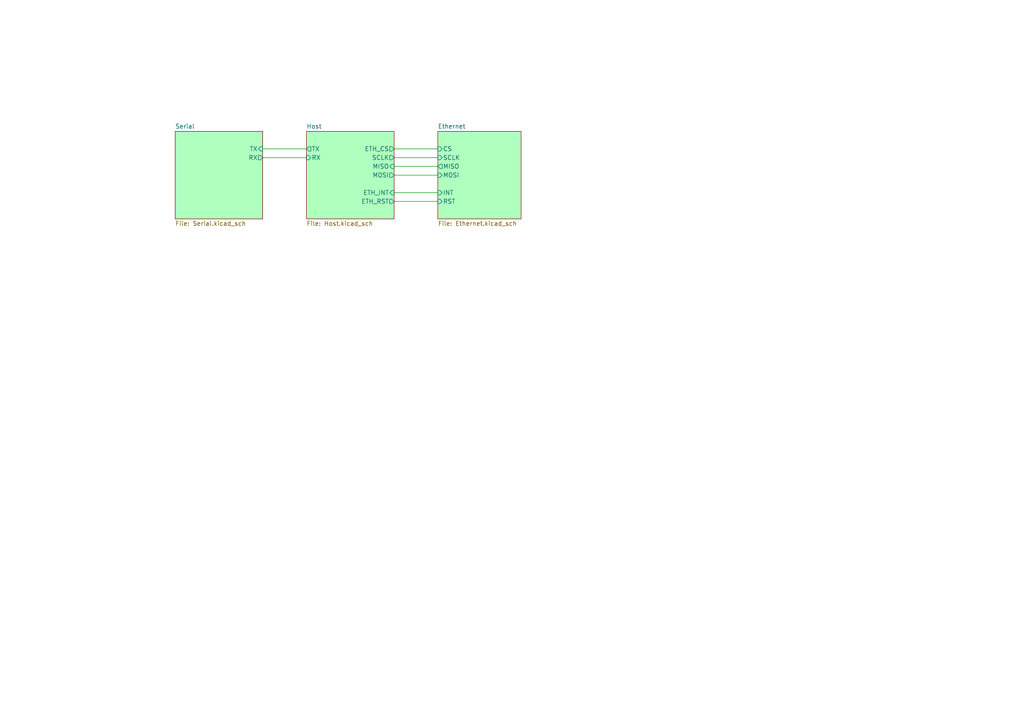
<source format=kicad_sch>
(kicad_sch
	(version 20250114)
	(generator "eeschema")
	(generator_version "9.0")
	(uuid "5e366c51-f164-48f3-b84b-c1435b8d0e19")
	(paper "A4")
	(title_block
		(title "Serial-Ethernet")
		(date "2025-09-13")
		(rev "v1.0b")
		(company "TL Embedded Ltd")
	)
	(lib_symbols)
	(wire
		(pts
			(xy 114.3 48.26) (xy 127 48.26)
		)
		(stroke
			(width 0)
			(type default)
		)
		(uuid "07d4a4a2-7ec6-49f7-8769-94dd4fec39d6")
	)
	(wire
		(pts
			(xy 76.2 45.72) (xy 88.9 45.72)
		)
		(stroke
			(width 0)
			(type default)
		)
		(uuid "1ac6939e-98ce-4cd8-8837-cd0e78ad66ff")
	)
	(wire
		(pts
			(xy 114.3 45.72) (xy 127 45.72)
		)
		(stroke
			(width 0)
			(type default)
		)
		(uuid "1fab7095-8403-4c02-b679-67abe028a490")
	)
	(wire
		(pts
			(xy 76.2 43.18) (xy 88.9 43.18)
		)
		(stroke
			(width 0)
			(type default)
		)
		(uuid "475e29f5-e732-476f-8fdc-5ff2f67b14c9")
	)
	(wire
		(pts
			(xy 114.3 55.88) (xy 127 55.88)
		)
		(stroke
			(width 0)
			(type default)
		)
		(uuid "4c261ea0-2265-4379-83b7-ab27c08aaf92")
	)
	(wire
		(pts
			(xy 114.3 58.42) (xy 127 58.42)
		)
		(stroke
			(width 0)
			(type default)
		)
		(uuid "a90020e7-33ef-47d2-b1f0-4cfbc8673863")
	)
	(wire
		(pts
			(xy 114.3 43.18) (xy 127 43.18)
		)
		(stroke
			(width 0)
			(type default)
		)
		(uuid "b313ed7c-5047-4433-a969-f41d4bd2f832")
	)
	(wire
		(pts
			(xy 114.3 50.8) (xy 127 50.8)
		)
		(stroke
			(width 0)
			(type default)
		)
		(uuid "e4e72e4f-c58e-4310-88d8-36d94d6ed81f")
	)
	(sheet
		(at 50.8 38.1)
		(size 25.4 25.4)
		(exclude_from_sim no)
		(in_bom yes)
		(on_board yes)
		(dnp no)
		(fields_autoplaced yes)
		(stroke
			(width 0.1524)
			(type solid)
		)
		(fill
			(color 175 255 191 1.0000)
		)
		(uuid "63f43de9-7903-48e3-856b-0c61742f9a40")
		(property "Sheetname" "Serial"
			(at 50.8 37.3884 0)
			(effects
				(font
					(size 1.27 1.27)
				)
				(justify left bottom)
			)
		)
		(property "Sheetfile" "Serial.kicad_sch"
			(at 50.8 64.0846 0)
			(effects
				(font
					(size 1.27 1.27)
				)
				(justify left top)
			)
		)
		(pin "RX" output
			(at 76.2 45.72 0)
			(uuid "86fbba58-6b29-41c5-a7d2-25a8d65abada")
			(effects
				(font
					(size 1.27 1.27)
				)
				(justify right)
			)
		)
		(pin "TX" input
			(at 76.2 43.18 0)
			(uuid "66bb55fc-162a-43f7-850c-50679983f169")
			(effects
				(font
					(size 1.27 1.27)
				)
				(justify right)
			)
		)
		(instances
			(project "Serial-Ethernet-HW"
				(path "/5e366c51-f164-48f3-b84b-c1435b8d0e19"
					(page "4")
				)
			)
		)
	)
	(sheet
		(at 127 38.1)
		(size 24.13 25.4)
		(exclude_from_sim no)
		(in_bom yes)
		(on_board yes)
		(dnp no)
		(fields_autoplaced yes)
		(stroke
			(width 0.1524)
			(type solid)
		)
		(fill
			(color 175 255 191 1.0000)
		)
		(uuid "9895efbf-dae8-4044-bf4b-fde2039598e9")
		(property "Sheetname" "Ethernet"
			(at 127 37.3884 0)
			(effects
				(font
					(size 1.27 1.27)
				)
				(justify left bottom)
			)
		)
		(property "Sheetfile" "Ethernet.kicad_sch"
			(at 127 64.0846 0)
			(effects
				(font
					(size 1.27 1.27)
				)
				(justify left top)
			)
		)
		(pin "CS" input
			(at 127 43.18 180)
			(uuid "b027bae4-0cc4-4fa1-9d3b-3918e2abd5ed")
			(effects
				(font
					(size 1.27 1.27)
				)
				(justify left)
			)
		)
		(pin "INT" input
			(at 127 55.88 180)
			(uuid "9e8285f0-0eb6-4856-a91e-79080a05b52c")
			(effects
				(font
					(size 1.27 1.27)
				)
				(justify left)
			)
		)
		(pin "SCLK" input
			(at 127 45.72 180)
			(uuid "8691efe2-8475-4bdf-8c68-4175d40e5a9b")
			(effects
				(font
					(size 1.27 1.27)
				)
				(justify left)
			)
		)
		(pin "MISO" output
			(at 127 48.26 180)
			(uuid "68ef7610-774a-4b35-89b9-95db46c82724")
			(effects
				(font
					(size 1.27 1.27)
				)
				(justify left)
			)
		)
		(pin "MOSI" input
			(at 127 50.8 180)
			(uuid "f378ec36-64a0-4735-9dd7-54d86dfd1b07")
			(effects
				(font
					(size 1.27 1.27)
				)
				(justify left)
			)
		)
		(pin "RST" input
			(at 127 58.42 180)
			(uuid "9bbc16f2-5127-4dd8-a20d-6080c0bc9ee0")
			(effects
				(font
					(size 1.27 1.27)
				)
				(justify left)
			)
		)
		(instances
			(project "Serial-Ethernet-HW"
				(path "/5e366c51-f164-48f3-b84b-c1435b8d0e19"
					(page "2")
				)
			)
		)
	)
	(sheet
		(at 88.9 38.1)
		(size 25.4 25.4)
		(exclude_from_sim no)
		(in_bom yes)
		(on_board yes)
		(dnp no)
		(fields_autoplaced yes)
		(stroke
			(width 0.1524)
			(type solid)
		)
		(fill
			(color 175 255 191 1.0000)
		)
		(uuid "cb4db6ed-dea2-4bc0-9963-a311a1c0a9e9")
		(property "Sheetname" "Host"
			(at 88.9 37.3884 0)
			(effects
				(font
					(size 1.27 1.27)
				)
				(justify left bottom)
			)
		)
		(property "Sheetfile" "Host.kicad_sch"
			(at 88.9 64.0846 0)
			(effects
				(font
					(size 1.27 1.27)
				)
				(justify left top)
			)
		)
		(pin "ETH_INT" input
			(at 114.3 55.88 0)
			(uuid "576c5700-0b12-4795-8570-862b030e587a")
			(effects
				(font
					(size 1.27 1.27)
				)
				(justify right)
			)
		)
		(pin "SCLK" output
			(at 114.3 45.72 0)
			(uuid "68562f50-870a-4b56-b5a7-7fac5d1ebe77")
			(effects
				(font
					(size 1.27 1.27)
				)
				(justify right)
			)
		)
		(pin "MISO" input
			(at 114.3 48.26 0)
			(uuid "3f26e050-6146-461e-82e9-c91459fd52db")
			(effects
				(font
					(size 1.27 1.27)
				)
				(justify right)
			)
		)
		(pin "MOSI" output
			(at 114.3 50.8 0)
			(uuid "83760a7e-ffd4-4530-bc00-cb2bcce37097")
			(effects
				(font
					(size 1.27 1.27)
				)
				(justify right)
			)
		)
		(pin "ETH_CS" output
			(at 114.3 43.18 0)
			(uuid "7cf89d73-b52c-4074-ab16-4d718b4fc690")
			(effects
				(font
					(size 1.27 1.27)
				)
				(justify right)
			)
		)
		(pin "ETH_RST" output
			(at 114.3 58.42 0)
			(uuid "c459f9ac-4fc0-4f98-8d41-1ce0d6ccbe00")
			(effects
				(font
					(size 1.27 1.27)
				)
				(justify right)
			)
		)
		(pin "TX" output
			(at 88.9 43.18 180)
			(uuid "2cd6d505-be23-414d-995e-e59834ac6501")
			(effects
				(font
					(size 1.27 1.27)
				)
				(justify left)
			)
		)
		(pin "RX" input
			(at 88.9 45.72 180)
			(uuid "2c3c06e3-138e-410e-82f4-4528d8217d51")
			(effects
				(font
					(size 1.27 1.27)
				)
				(justify left)
			)
		)
		(instances
			(project "Serial-Ethernet-HW"
				(path "/5e366c51-f164-48f3-b84b-c1435b8d0e19"
					(page "3")
				)
			)
		)
	)
	(sheet_instances
		(path "/"
			(page "1")
		)
	)
	(embedded_fonts no)
)

</source>
